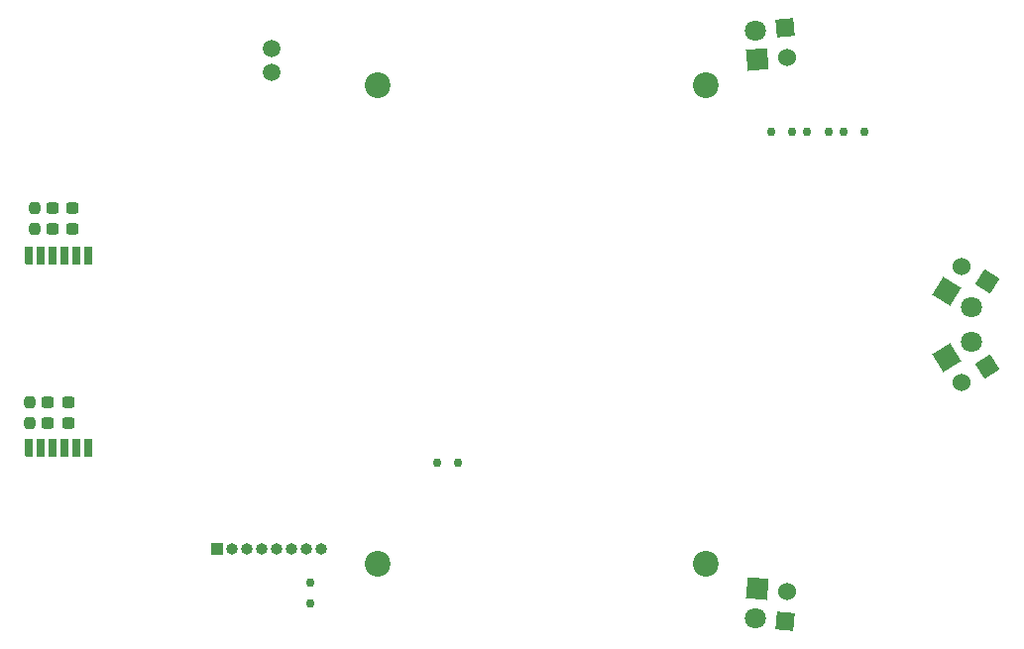
<source format=gbs>
G04 #@! TF.GenerationSoftware,KiCad,Pcbnew,6.0.7-f9a2dced07~116~ubuntu20.04.1*
G04 #@! TF.CreationDate,2022-11-16T16:32:29+09:00*
G04 #@! TF.ProjectId,ocelli,6f63656c-6c69-42e6-9b69-6361645f7063,rev?*
G04 #@! TF.SameCoordinates,Original*
G04 #@! TF.FileFunction,Soldermask,Bot*
G04 #@! TF.FilePolarity,Negative*
%FSLAX46Y46*%
G04 Gerber Fmt 4.6, Leading zero omitted, Abs format (unit mm)*
G04 Created by KiCad (PCBNEW 6.0.7-f9a2dced07~116~ubuntu20.04.1) date 2022-11-16 16:32:29*
%MOMM*%
%LPD*%
G01*
G04 APERTURE LIST*
G04 Aperture macros list*
%AMRoundRect*
0 Rectangle with rounded corners*
0 $1 Rounding radius*
0 $2 $3 $4 $5 $6 $7 $8 $9 X,Y pos of 4 corners*
0 Add a 4 corners polygon primitive as box body*
4,1,4,$2,$3,$4,$5,$6,$7,$8,$9,$2,$3,0*
0 Add four circle primitives for the rounded corners*
1,1,$1+$1,$2,$3*
1,1,$1+$1,$4,$5*
1,1,$1+$1,$6,$7*
1,1,$1+$1,$8,$9*
0 Add four rect primitives between the rounded corners*
20,1,$1+$1,$2,$3,$4,$5,0*
20,1,$1+$1,$4,$5,$6,$7,0*
20,1,$1+$1,$6,$7,$8,$9,0*
20,1,$1+$1,$8,$9,$2,$3,0*%
%AMRotRect*
0 Rectangle, with rotation*
0 The origin of the aperture is its center*
0 $1 length*
0 $2 width*
0 $3 Rotation angle, in degrees counterclockwise*
0 Add horizontal line*
21,1,$1,$2,0,0,$3*%
%AMOutline5P*
0 Free polygon, 5 corners , with rotation*
0 The origin of the aperture is its center*
0 number of corners: always 5*
0 $1 to $10 corner X, Y*
0 $11 Rotation angle, in degrees counterclockwise*
0 create outline with 5 corners*
4,1,5,$1,$2,$3,$4,$5,$6,$7,$8,$9,$10,$1,$2,$11*%
%AMOutline6P*
0 Free polygon, 6 corners , with rotation*
0 The origin of the aperture is its center*
0 number of corners: always 6*
0 $1 to $12 corner X, Y*
0 $13 Rotation angle, in degrees counterclockwise*
0 create outline with 6 corners*
4,1,6,$1,$2,$3,$4,$5,$6,$7,$8,$9,$10,$11,$12,$1,$2,$13*%
%AMOutline7P*
0 Free polygon, 7 corners , with rotation*
0 The origin of the aperture is its center*
0 number of corners: always 7*
0 $1 to $14 corner X, Y*
0 $15 Rotation angle, in degrees counterclockwise*
0 create outline with 7 corners*
4,1,7,$1,$2,$3,$4,$5,$6,$7,$8,$9,$10,$11,$12,$13,$14,$1,$2,$15*%
%AMOutline8P*
0 Free polygon, 8 corners , with rotation*
0 The origin of the aperture is its center*
0 number of corners: always 8*
0 $1 to $16 corner X, Y*
0 $17 Rotation angle, in degrees counterclockwise*
0 create outline with 8 corners*
4,1,8,$1,$2,$3,$4,$5,$6,$7,$8,$9,$10,$11,$12,$13,$14,$15,$16,$1,$2,$17*%
G04 Aperture macros list end*
%ADD10C,0.750000*%
%ADD11C,1.500000*%
%ADD12RotRect,1.524000X1.524000X31.800000*%
%ADD13C,1.524000*%
%ADD14RotRect,1.800000X1.800000X95.000000*%
%ADD15C,1.800000*%
%ADD16R,1.000000X1.000000*%
%ADD17O,1.000000X1.000000*%
%ADD18C,2.200000*%
%ADD19RotRect,1.524000X1.524000X95.000000*%
%ADD20RotRect,1.800000X1.800000X85.000000*%
%ADD21RotRect,1.524000X1.524000X85.000000*%
%ADD22RotRect,1.800000X1.800000X148.200000*%
%ADD23RotRect,1.800000X1.800000X31.800000*%
%ADD24RotRect,1.524000X1.524000X148.200000*%
%ADD25RoundRect,0.237500X-0.300000X-0.237500X0.300000X-0.237500X0.300000X0.237500X-0.300000X0.237500X0*%
%ADD26RoundRect,0.237500X-0.237500X0.250000X-0.237500X-0.250000X0.237500X-0.250000X0.237500X0.250000X0*%
%ADD27RoundRect,0.237500X0.300000X0.237500X-0.300000X0.237500X-0.300000X-0.237500X0.300000X-0.237500X0*%
%ADD28Outline5P,-0.350000X0.750000X0.350000X0.750000X0.350000X-0.750000X-0.210000X-0.750000X-0.350000X-0.610000X0.000000*%
%ADD29R,0.700000X1.500000*%
G04 APERTURE END LIST*
D10*
X166700000Y-84000000D03*
X168500000Y-84000000D03*
D11*
X120900000Y-78900000D03*
X120900000Y-76900000D03*
D12*
X182055454Y-104088860D03*
D13*
X179896727Y-105427328D03*
D14*
X162453152Y-77860171D03*
D15*
X162231776Y-75329836D03*
D16*
X116300000Y-119650000D03*
D17*
X117570000Y-119650000D03*
X118840000Y-119650000D03*
X120110000Y-119650000D03*
X121380000Y-119650000D03*
X122650000Y-119650000D03*
X123920000Y-119650000D03*
X125190000Y-119650000D03*
D10*
X171600000Y-84000000D03*
X169800000Y-84000000D03*
D18*
X158000000Y-120900000D03*
D19*
X164762111Y-75108461D03*
D13*
X164983487Y-77638796D03*
D20*
X162452281Y-123049792D03*
D15*
X162230905Y-125580127D03*
D21*
X164761240Y-125801503D03*
D13*
X164982616Y-123271168D03*
D10*
X135050000Y-112300000D03*
X136850000Y-112300000D03*
D18*
X130000000Y-80000000D03*
X130000000Y-80000000D03*
X158000000Y-80000000D03*
D10*
X165400000Y-84000000D03*
X163600000Y-84000000D03*
D22*
X178566759Y-97636671D03*
D15*
X180725486Y-98975139D03*
D23*
X178558260Y-103268599D03*
D15*
X180716987Y-101930131D03*
D10*
X124250000Y-122500000D03*
X124250000Y-124300000D03*
D18*
X130000000Y-120900000D03*
D24*
X182063955Y-96816412D03*
D13*
X179905228Y-95477944D03*
D25*
X101837500Y-108900000D03*
X103562500Y-108900000D03*
D26*
X100700000Y-90487500D03*
X100700000Y-92312500D03*
D25*
X102237500Y-92300000D03*
X103962500Y-92300000D03*
D26*
X100300000Y-107087500D03*
X100300000Y-108912500D03*
D27*
X103562500Y-107100000D03*
X101837500Y-107100000D03*
D28*
X100210000Y-111050000D03*
D29*
X101226000Y-111050000D03*
X102242000Y-111050000D03*
X103258000Y-111050000D03*
X104274000Y-111050000D03*
X105290000Y-111050000D03*
D27*
X103962500Y-90500000D03*
X102237500Y-90500000D03*
D28*
X100210000Y-94550000D03*
D29*
X101226000Y-94550000D03*
X102242000Y-94550000D03*
X103258000Y-94550000D03*
X104274000Y-94550000D03*
X105290000Y-94550000D03*
M02*

</source>
